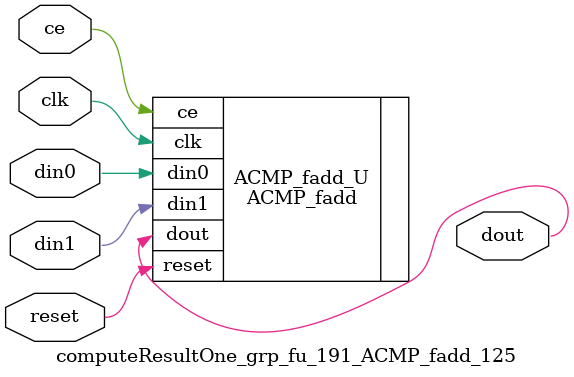
<source format=v>

`timescale 1 ns / 1 ps
module computeResultOne_grp_fu_191_ACMP_fadd_125(
    clk,
    reset,
    ce,
    din0,
    din1,
    dout);

parameter ID = 32'd1;
parameter NUM_STAGE = 32'd1;
parameter din0_WIDTH = 32'd1;
parameter din1_WIDTH = 32'd1;
parameter dout_WIDTH = 32'd1;
input clk;
input reset;
input ce;
input[din0_WIDTH - 1:0] din0;
input[din1_WIDTH - 1:0] din1;
output[dout_WIDTH - 1:0] dout;



ACMP_fadd #(
.ID( ID ),
.NUM_STAGE( 4 ),
.din0_WIDTH( din0_WIDTH ),
.din1_WIDTH( din1_WIDTH ),
.dout_WIDTH( dout_WIDTH ))
ACMP_fadd_U(
    .clk( clk ),
    .reset( reset ),
    .ce( ce ),
    .din0( din0 ),
    .din1( din1 ),
    .dout( dout ));

endmodule

</source>
